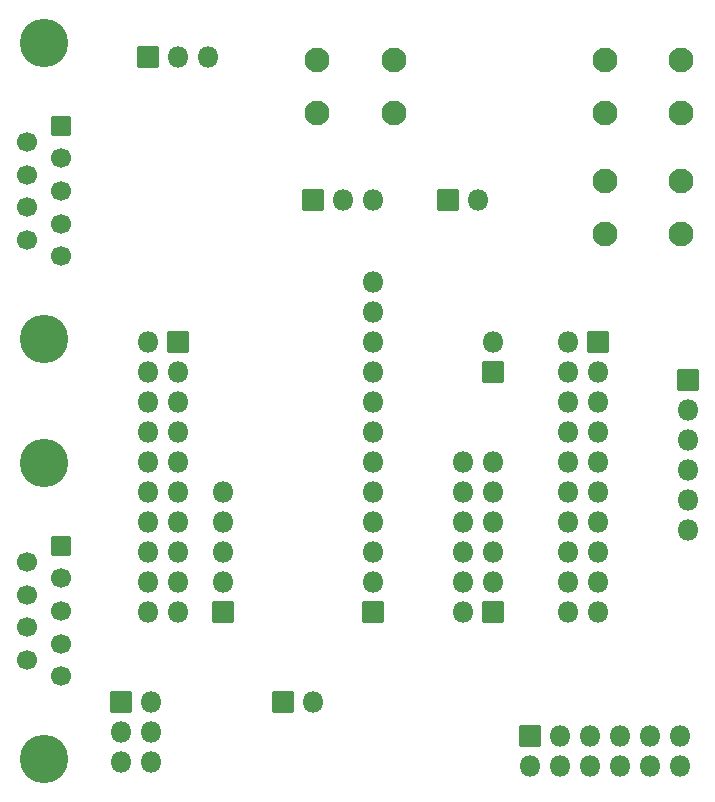
<source format=gbs>
%TF.GenerationSoftware,KiCad,Pcbnew,6.0.11-2627ca5db0~126~ubuntu22.04.1*%
%TF.CreationDate,2023-03-18T13:02:39+01:00*%
%TF.ProjectId,MiSTdon,4d695354-646f-46e2-9e6b-696361645f70,rev?*%
%TF.SameCoordinates,Original*%
%TF.FileFunction,Soldermask,Bot*%
%TF.FilePolarity,Negative*%
%FSLAX46Y46*%
G04 Gerber Fmt 4.6, Leading zero omitted, Abs format (unit mm)*
G04 Created by KiCad (PCBNEW 6.0.11-2627ca5db0~126~ubuntu22.04.1) date 2023-03-18 13:02:39*
%MOMM*%
%LPD*%
G01*
G04 APERTURE LIST*
G04 Aperture macros list*
%AMRoundRect*
0 Rectangle with rounded corners*
0 $1 Rounding radius*
0 $2 $3 $4 $5 $6 $7 $8 $9 X,Y pos of 4 corners*
0 Add a 4 corners polygon primitive as box body*
4,1,4,$2,$3,$4,$5,$6,$7,$8,$9,$2,$3,0*
0 Add four circle primitives for the rounded corners*
1,1,$1+$1,$2,$3*
1,1,$1+$1,$4,$5*
1,1,$1+$1,$6,$7*
1,1,$1+$1,$8,$9*
0 Add four rect primitives between the rounded corners*
20,1,$1+$1,$2,$3,$4,$5,0*
20,1,$1+$1,$4,$5,$6,$7,0*
20,1,$1+$1,$6,$7,$8,$9,0*
20,1,$1+$1,$8,$9,$2,$3,0*%
G04 Aperture macros list end*
%ADD10C,4.100000*%
%ADD11RoundRect,0.050000X-0.800000X0.800000X-0.800000X-0.800000X0.800000X-0.800000X0.800000X0.800000X0*%
%ADD12C,1.700000*%
%ADD13RoundRect,0.050000X0.850000X-0.850000X0.850000X0.850000X-0.850000X0.850000X-0.850000X-0.850000X0*%
%ADD14O,1.800000X1.800000*%
%ADD15RoundRect,0.050000X0.850000X0.850000X-0.850000X0.850000X-0.850000X-0.850000X0.850000X-0.850000X0*%
%ADD16RoundRect,0.050000X-0.850000X-0.850000X0.850000X-0.850000X0.850000X0.850000X-0.850000X0.850000X0*%
%ADD17C,2.100000*%
G04 APERTURE END LIST*
D10*
%TO.C,J9*%
X111840331Y-115270000D03*
X111840331Y-90270000D03*
D11*
X113260331Y-97230000D03*
D12*
X113260331Y-100000000D03*
X113260331Y-102770000D03*
X113260331Y-105540000D03*
X113260331Y-108310000D03*
X110420331Y-98615000D03*
X110420331Y-101385000D03*
X110420331Y-104155000D03*
X110420331Y-106925000D03*
%TD*%
D13*
%TO.C,J10*%
X120665000Y-55855000D03*
D14*
X123205000Y-55855000D03*
X125745000Y-55855000D03*
%TD*%
D15*
%TO.C,J2*%
X139700000Y-102870000D03*
D14*
X139700000Y-100330000D03*
X139700000Y-97790000D03*
X139700000Y-95250000D03*
X139700000Y-92710000D03*
X139700000Y-90170000D03*
X139700000Y-87630000D03*
X139700000Y-85090000D03*
X139700000Y-82550000D03*
X139700000Y-80010000D03*
X139700000Y-77470000D03*
X139700000Y-74930000D03*
%TD*%
D16*
%TO.C,J6*%
X118364000Y-110490000D03*
D14*
X120904000Y-110490000D03*
X118364000Y-113030000D03*
X120904000Y-113030000D03*
X118364000Y-115570000D03*
X120904000Y-115570000D03*
%TD*%
D17*
%TO.C,SW4*%
X165810000Y-66330000D03*
X159310000Y-66330000D03*
X165810000Y-70830000D03*
X159310000Y-70830000D03*
%TD*%
D15*
%TO.C,J3*%
X127000000Y-102870000D03*
D14*
X127000000Y-100330000D03*
X127000000Y-97790000D03*
X127000000Y-95250000D03*
X127000000Y-92710000D03*
%TD*%
D13*
%TO.C,JP4*%
X146050000Y-67945000D03*
D14*
X148590000Y-67945000D03*
%TD*%
D17*
%TO.C,SW1*%
X134945000Y-56100000D03*
X141445000Y-56100000D03*
X134945000Y-60600000D03*
X141445000Y-60600000D03*
%TD*%
D13*
%TO.C,JP3*%
X134620000Y-67945000D03*
D14*
X137160000Y-67945000D03*
X139700000Y-67945000D03*
%TD*%
D16*
%TO.C,J11*%
X166370000Y-83175000D03*
D14*
X166370000Y-85715000D03*
X166370000Y-88255000D03*
X166370000Y-90795000D03*
X166370000Y-93335000D03*
X166370000Y-95875000D03*
%TD*%
D10*
%TO.C,J8*%
X111840331Y-79710000D03*
X111840331Y-54710000D03*
D11*
X113260331Y-61670000D03*
D12*
X113260331Y-64440000D03*
X113260331Y-67210000D03*
X113260331Y-69980000D03*
X113260331Y-72750000D03*
X110420331Y-63055000D03*
X110420331Y-65825000D03*
X110420331Y-68595000D03*
X110420331Y-71365000D03*
%TD*%
D17*
%TO.C,SW3*%
X165810000Y-56120000D03*
X159310000Y-56120000D03*
X159310000Y-60620000D03*
X165810000Y-60620000D03*
%TD*%
D15*
%TO.C,JP5*%
X149860000Y-82550000D03*
D14*
X149860000Y-80010000D03*
%TD*%
%TO.C,J1*%
X147320000Y-90170000D03*
X147320000Y-92710000D03*
X147320000Y-95250000D03*
X147320000Y-97790000D03*
X147320000Y-100330000D03*
X147320000Y-102870000D03*
X149860000Y-90170000D03*
X149860000Y-92710000D03*
X149860000Y-95250000D03*
X149860000Y-97790000D03*
X149860000Y-100330000D03*
D15*
X149860000Y-102870000D03*
%TD*%
D13*
%TO.C,JP1*%
X132080000Y-110490000D03*
D14*
X134620000Y-110490000D03*
%TD*%
D13*
%TO.C,J7*%
X153035000Y-113340000D03*
D14*
X155575000Y-113340000D03*
X158115000Y-113340000D03*
X160655000Y-113340000D03*
X163195000Y-113340000D03*
X165735000Y-113340000D03*
X153035000Y-115880000D03*
X155575000Y-115880000D03*
X158115000Y-115880000D03*
X160655000Y-115880000D03*
X163195000Y-115880000D03*
X165735000Y-115880000D03*
%TD*%
D15*
%TO.C,J4*%
X123190000Y-80010000D03*
D14*
X120650000Y-80010000D03*
X123190000Y-82550000D03*
X120650000Y-82550000D03*
X123190000Y-85090000D03*
X120650000Y-85090000D03*
X123190000Y-87630000D03*
X120650000Y-87630000D03*
X123190000Y-90170000D03*
X120650000Y-90170000D03*
X123190000Y-92710000D03*
X120650000Y-92710000D03*
X123190000Y-95250000D03*
X120650000Y-95250000D03*
X123190000Y-97790000D03*
X120650000Y-97790000D03*
X123190000Y-100330000D03*
X120650000Y-100330000D03*
X123190000Y-102870000D03*
X120650000Y-102870000D03*
%TD*%
D15*
%TO.C,J5*%
X158750000Y-80010000D03*
D14*
X156210000Y-80010000D03*
X158750000Y-82550000D03*
X156210000Y-82550000D03*
X158750000Y-85090000D03*
X156210000Y-85090000D03*
X158750000Y-87630000D03*
X156210000Y-87630000D03*
X158750000Y-90170000D03*
X156210000Y-90170000D03*
X158750000Y-92710000D03*
X156210000Y-92710000D03*
X158750000Y-95250000D03*
X156210000Y-95250000D03*
X158750000Y-97790000D03*
X156210000Y-97790000D03*
X158750000Y-100330000D03*
X156210000Y-100330000D03*
X158750000Y-102870000D03*
X156210000Y-102870000D03*
%TD*%
M02*

</source>
